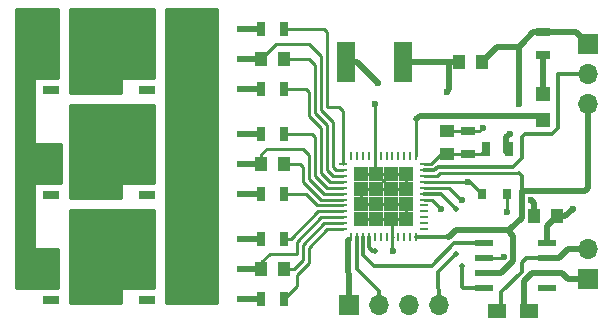
<source format=gtl>
G04 #@! TF.FileFunction,Copper,L1,Top,Signal*
%FSLAX46Y46*%
G04 Gerber Fmt 4.6, Leading zero omitted, Abs format (unit mm)*
G04 Created by KiCad (PCBNEW 4.0.6) date 07/31/17 21:00:10*
%MOMM*%
%LPD*%
G01*
G04 APERTURE LIST*
%ADD10C,0.100000*%
%ADD11R,1.000000X1.250000*%
%ADD12R,1.250000X1.000000*%
%ADD13R,0.800000X0.900000*%
%ADD14R,1.200000X1.200000*%
%ADD15R,1.700000X1.700000*%
%ADD16O,1.700000X1.700000*%
%ADD17R,1.400000X0.700000*%
%ADD18R,4.300000X4.410000*%
%ADD19R,0.700000X1.300000*%
%ADD20R,1.300000X0.700000*%
%ADD21R,0.700000X0.250000*%
%ADD22R,0.250000X0.700000*%
%ADD23R,1.287500X1.287500*%
%ADD24R,1.550000X0.600000*%
%ADD25R,1.600000X3.500000*%
%ADD26R,1.500000X1.300000*%
%ADD27C,0.600000*%
%ADD28C,0.500000*%
%ADD29C,0.500000*%
%ADD30C,0.250000*%
%ADD31C,0.300000*%
%ADD32C,0.160000*%
%ADD33C,0.254000*%
G04 APERTURE END LIST*
D10*
D11*
X164354000Y-106045000D03*
X166354000Y-106045000D03*
D12*
X156972000Y-100822000D03*
X156972000Y-98822000D03*
D11*
X143240000Y-110490000D03*
X141240000Y-110490000D03*
X143240000Y-101600000D03*
X141240000Y-101600000D03*
X143240000Y-92710000D03*
X141240000Y-92710000D03*
D13*
X159986000Y-104140000D03*
X162086000Y-104140000D03*
D14*
X165100000Y-97874000D03*
X165100000Y-95674000D03*
D15*
X148717000Y-113538000D03*
D16*
X151257000Y-113538000D03*
X153797000Y-113538000D03*
X156337000Y-113538000D03*
D15*
X168910000Y-91440000D03*
D16*
X168910000Y-93980000D03*
X168910000Y-96520000D03*
D15*
X168910000Y-111379000D03*
D16*
X168910000Y-108839000D03*
D17*
X131572000Y-109347000D03*
X131572000Y-110617000D03*
X131572000Y-111887000D03*
X131572000Y-113157000D03*
D18*
X135382000Y-111252000D03*
D17*
X123444000Y-109347000D03*
X123444000Y-110617000D03*
X123444000Y-111887000D03*
X123444000Y-113157000D03*
D18*
X127254000Y-111252000D03*
D17*
X131572000Y-100457000D03*
X131572000Y-101727000D03*
X131572000Y-102997000D03*
X131572000Y-104267000D03*
D18*
X135382000Y-102362000D03*
D17*
X123444000Y-100457000D03*
X123444000Y-101727000D03*
X123444000Y-102997000D03*
X123444000Y-104267000D03*
D18*
X127254000Y-102362000D03*
D17*
X131572000Y-91567000D03*
X131572000Y-92837000D03*
X131572000Y-94107000D03*
X131572000Y-95377000D03*
D18*
X135382000Y-93472000D03*
D17*
X123444000Y-91567000D03*
X123444000Y-92837000D03*
X123444000Y-94107000D03*
X123444000Y-95377000D03*
D18*
X127254000Y-93472000D03*
D19*
X162240000Y-100330000D03*
X160340000Y-100330000D03*
D20*
X158750000Y-100772000D03*
X158750000Y-98872000D03*
D19*
X141290000Y-107950000D03*
X143190000Y-107950000D03*
X141290000Y-113030000D03*
X143190000Y-113030000D03*
X141290000Y-99060000D03*
X143190000Y-99060000D03*
X141290000Y-104140000D03*
X143190000Y-104140000D03*
X141290000Y-90170000D03*
X143190000Y-90170000D03*
X141290000Y-95250000D03*
X143190000Y-95250000D03*
D20*
X165100000Y-92390000D03*
X165100000Y-90490000D03*
D21*
X155038000Y-107144000D03*
X155038000Y-106644000D03*
X155038000Y-106144000D03*
X155038000Y-105644000D03*
X155038000Y-105144000D03*
X155038000Y-104644000D03*
X155038000Y-104144000D03*
X155038000Y-103644000D03*
X155038000Y-103144000D03*
X155038000Y-102644000D03*
X155038000Y-102144000D03*
X155038000Y-101644000D03*
D22*
X154388000Y-100994000D03*
X153888000Y-100994000D03*
X153388000Y-100994000D03*
X152888000Y-100994000D03*
X152388000Y-100994000D03*
X151888000Y-100994000D03*
X151388000Y-100994000D03*
X150888000Y-100994000D03*
X150388000Y-100994000D03*
X149888000Y-100994000D03*
X149388000Y-100994000D03*
X148888000Y-100994000D03*
D21*
X148238000Y-101644000D03*
X148238000Y-102144000D03*
X148238000Y-102644000D03*
X148238000Y-103144000D03*
X148238000Y-103644000D03*
X148238000Y-104144000D03*
X148238000Y-104644000D03*
X148238000Y-105144000D03*
X148238000Y-105644000D03*
X148238000Y-106144000D03*
X148238000Y-106644000D03*
X148238000Y-107144000D03*
D22*
X148888000Y-107794000D03*
X149388000Y-107794000D03*
X149888000Y-107794000D03*
X150388000Y-107794000D03*
X150888000Y-107794000D03*
X151388000Y-107794000D03*
X151888000Y-107794000D03*
X152388000Y-107794000D03*
X152888000Y-107794000D03*
X153388000Y-107794000D03*
X153888000Y-107794000D03*
X154388000Y-107794000D03*
D23*
X149706750Y-102462750D03*
X149706750Y-103750250D03*
X149706750Y-105037750D03*
X149706750Y-106325250D03*
X150994250Y-102462750D03*
X150994250Y-103750250D03*
X150994250Y-105037750D03*
X150994250Y-106325250D03*
X152281750Y-102462750D03*
X152281750Y-103750250D03*
X152281750Y-105037750D03*
X152281750Y-106325250D03*
X153569250Y-102462750D03*
X153569250Y-103750250D03*
X153569250Y-105037750D03*
X153569250Y-106325250D03*
D24*
X160114000Y-108331000D03*
X160114000Y-109601000D03*
X160114000Y-110871000D03*
X160114000Y-112141000D03*
X165514000Y-112141000D03*
X165514000Y-110871000D03*
X165514000Y-109601000D03*
X165514000Y-108331000D03*
D11*
X158004000Y-92964000D03*
X160004000Y-92964000D03*
D25*
X148436000Y-92964000D03*
X153316000Y-92964000D03*
D26*
X161210000Y-114046000D03*
X163910000Y-114046000D03*
D27*
X156972000Y-95504000D03*
X153569250Y-106325250D03*
X152281750Y-106325250D03*
X150994250Y-106325250D03*
X149706750Y-106325250D03*
X153569250Y-105037750D03*
X152281750Y-105037750D03*
X150994250Y-105037750D03*
X149706750Y-105037750D03*
X153569250Y-103750250D03*
X152281750Y-103750250D03*
X150994250Y-103750250D03*
X149706750Y-103750250D03*
X153569250Y-102462750D03*
X152281750Y-102462750D03*
X150994250Y-102462750D03*
X149706750Y-102462750D03*
X121666000Y-88900000D03*
X122682000Y-88900000D03*
X122682000Y-89916000D03*
X123698000Y-89916000D03*
X123698000Y-88900000D03*
X152400000Y-108966000D03*
X161798000Y-109474000D03*
X163068000Y-91694000D03*
X150876000Y-96520000D03*
X162052000Y-105664000D03*
X167640000Y-105410000D03*
X163068000Y-96520000D03*
X160020000Y-98552000D03*
X136906000Y-98044000D03*
X135636000Y-98044000D03*
X134366000Y-98044000D03*
X164084000Y-104648000D03*
X162306000Y-99060000D03*
X158242000Y-104648000D03*
X156464000Y-105410000D03*
X139446000Y-110490000D03*
X129032000Y-113284000D03*
X139446000Y-101600000D03*
X129032000Y-104394000D03*
X139446000Y-92710000D03*
X129032000Y-95250000D03*
X158750000Y-103144000D03*
X151130000Y-94742000D03*
D28*
X157734000Y-109220000D03*
X157734000Y-105410000D03*
D27*
X131572000Y-113157000D03*
X139446000Y-107950000D03*
X123444000Y-113157000D03*
X139446000Y-113030000D03*
X131572000Y-104267000D03*
X139446000Y-99060000D03*
X123444000Y-104267000D03*
X139446000Y-104140000D03*
X131572000Y-95377000D03*
X139446000Y-90170000D03*
X123444000Y-95377000D03*
X139446000Y-95250000D03*
D28*
X150876000Y-108966000D03*
X158242000Y-110236000D03*
D29*
X162369500Y-107124500D02*
X162369500Y-107505500D01*
X161544000Y-110871000D02*
X160114000Y-110871000D01*
X162560000Y-109855000D02*
X161544000Y-110871000D01*
X162560000Y-107696000D02*
X162560000Y-109855000D01*
X162369500Y-107505500D02*
X162560000Y-107696000D01*
X156972000Y-92964000D02*
X158004000Y-92964000D01*
X157204000Y-95272000D02*
X157204000Y-92964000D01*
X156972000Y-95504000D02*
X157204000Y-95272000D01*
X157204000Y-92964000D02*
X156972000Y-92964000D01*
X156972000Y-92964000D02*
X153626000Y-92964000D01*
X163322000Y-103886000D02*
X168656000Y-103886000D01*
X168656000Y-103886000D02*
X168910000Y-103632000D01*
X168910000Y-103632000D02*
X168910000Y-96520000D01*
D30*
X155038000Y-102644000D02*
X156124002Y-102644000D01*
D31*
X163322000Y-102616000D02*
X163322000Y-103886000D01*
X163068000Y-102362000D02*
X163322000Y-102616000D01*
D30*
X156406002Y-102362000D02*
X163068000Y-102362000D01*
X156124002Y-102644000D02*
X156406002Y-102362000D01*
D29*
X163322000Y-106172000D02*
X162369500Y-107124500D01*
X162369500Y-107124500D02*
X162306000Y-107188000D01*
X162306000Y-107188000D02*
X157734000Y-107188000D01*
D31*
X157128000Y-107794000D02*
X154388000Y-107794000D01*
D29*
X157226000Y-107696000D02*
X157128000Y-107794000D01*
X157734000Y-107188000D02*
X157226000Y-107696000D01*
X163322000Y-103886000D02*
X163322000Y-106172000D01*
D30*
X153626000Y-92964000D02*
X153626000Y-93174000D01*
X150994250Y-106325250D02*
X149706750Y-106325250D01*
X150994250Y-102462750D02*
X149706750Y-102462750D01*
X152388000Y-107794000D02*
X152388000Y-106431500D01*
X152388000Y-106431500D02*
X152281750Y-106325250D01*
X150994250Y-102462750D02*
X152281750Y-102462750D01*
X152281750Y-102462750D02*
X153569250Y-102462750D01*
X153569250Y-102462750D02*
X153569250Y-103750250D01*
X153569250Y-103750250D02*
X152281750Y-103750250D01*
X152281750Y-103750250D02*
X150994250Y-103750250D01*
X150994250Y-103750250D02*
X149706750Y-103750250D01*
X149706750Y-103750250D02*
X149706750Y-105037750D01*
X149706750Y-105037750D02*
X150994250Y-105037750D01*
X150994250Y-105037750D02*
X152281750Y-105037750D01*
X152281750Y-105037750D02*
X153569250Y-105037750D01*
X153569250Y-105037750D02*
X153569250Y-106325250D01*
X153569250Y-106325250D02*
X152281750Y-106325250D01*
X152281750Y-106325250D02*
X150994250Y-106325250D01*
X150888000Y-100994000D02*
X150888000Y-102356500D01*
X150888000Y-102356500D02*
X152281750Y-103750250D01*
D29*
X121793000Y-91567000D02*
X123444000Y-91567000D01*
X121666000Y-91440000D02*
X121793000Y-91567000D01*
X121666000Y-88900000D02*
X121666000Y-91440000D01*
X122682000Y-89916000D02*
X122682000Y-88900000D01*
X123698000Y-88900000D02*
X123698000Y-89916000D01*
D30*
X156972000Y-98822000D02*
X158700000Y-98822000D01*
X158700000Y-98822000D02*
X158750000Y-98872000D01*
D29*
X163068000Y-91694000D02*
X161274000Y-91694000D01*
X161274000Y-91694000D02*
X160004000Y-92964000D01*
D30*
X152388000Y-107794000D02*
X152388000Y-108954000D01*
X152388000Y-108954000D02*
X152400000Y-108966000D01*
X160114000Y-109601000D02*
X161671000Y-109601000D01*
X161671000Y-109601000D02*
X161798000Y-109474000D01*
X150888000Y-100994000D02*
X150888000Y-96532000D01*
D29*
X150888000Y-96532000D02*
X150876000Y-96520000D01*
X165514000Y-108331000D02*
X165514000Y-106885000D01*
X165514000Y-106885000D02*
X166354000Y-106045000D01*
D30*
X162086000Y-104140000D02*
X162086000Y-105630000D01*
X162086000Y-105630000D02*
X162052000Y-105664000D01*
D29*
X167005000Y-106045000D02*
X167640000Y-105410000D01*
X166354000Y-106045000D02*
X167005000Y-106045000D01*
X163068000Y-96520000D02*
X163068000Y-91694000D01*
X165100000Y-90490000D02*
X167960000Y-90490000D01*
X167960000Y-90490000D02*
X168910000Y-91440000D01*
X165100000Y-90490000D02*
X164272000Y-90490000D01*
X164272000Y-90490000D02*
X163322000Y-91440000D01*
X163322000Y-91440000D02*
X163068000Y-91694000D01*
D30*
X152400000Y-107806000D02*
X152388000Y-107794000D01*
X158242000Y-98822000D02*
X159750000Y-98822000D01*
X159750000Y-98822000D02*
X160020000Y-98552000D01*
D29*
X135890000Y-98044000D02*
X136906000Y-98044000D01*
X135890000Y-98044000D02*
X135636000Y-98044000D01*
X164354000Y-106045000D02*
X164354000Y-104918000D01*
X164354000Y-104918000D02*
X164084000Y-104648000D01*
X161986000Y-100584000D02*
X161986000Y-99380000D01*
X161986000Y-99380000D02*
X162306000Y-99060000D01*
D30*
X157214000Y-103644000D02*
X158218000Y-104648000D01*
X158218000Y-104648000D02*
X158242000Y-104648000D01*
X157214000Y-103644000D02*
X155038000Y-103644000D01*
X155038000Y-104644000D02*
X155698000Y-104644000D01*
X155698000Y-104644000D02*
X156464000Y-105410000D01*
X158242000Y-100822000D02*
X159848000Y-100822000D01*
X155038000Y-101644000D02*
X155658000Y-101644000D01*
X156480000Y-100822000D02*
X158242000Y-100822000D01*
X155658000Y-101644000D02*
X156480000Y-100822000D01*
X159848000Y-100822000D02*
X160086000Y-100584000D01*
X148238000Y-106644000D02*
X146594000Y-106644000D01*
X144018000Y-110490000D02*
X143240000Y-110490000D01*
X144780000Y-109728000D02*
X144018000Y-110490000D01*
X144780000Y-108458000D02*
X144780000Y-109728000D01*
X146594000Y-106644000D02*
X144780000Y-108458000D01*
D29*
X141240000Y-110490000D02*
X139446000Y-110490000D01*
X129032000Y-113284000D02*
X127254000Y-111506000D01*
D30*
X127254000Y-111506000D02*
X127254000Y-111252000D01*
X127254000Y-111506000D02*
X127254000Y-111252000D01*
X148238000Y-106144000D02*
X146332000Y-106144000D01*
X141986000Y-109220000D02*
X141240000Y-109966000D01*
X144272000Y-109220000D02*
X141986000Y-109220000D01*
X144272000Y-108204000D02*
X144272000Y-109220000D01*
X146332000Y-106144000D02*
X144272000Y-108204000D01*
X148238000Y-104644000D02*
X146300000Y-104644000D01*
X144526000Y-101600000D02*
X143240000Y-101600000D01*
X144780000Y-101854000D02*
X144526000Y-101600000D01*
X144780000Y-103124000D02*
X144780000Y-101854000D01*
X146300000Y-104644000D02*
X144780000Y-103124000D01*
X148234000Y-104648000D02*
X148238000Y-104644000D01*
X148238000Y-104144000D02*
X146562000Y-104144000D01*
X141240000Y-100822000D02*
X141240000Y-101600000D01*
X141732000Y-100330000D02*
X141240000Y-100822000D01*
X144780000Y-100330000D02*
X141732000Y-100330000D01*
X145288000Y-100838000D02*
X144780000Y-100330000D01*
X145288000Y-102870000D02*
X145288000Y-100838000D01*
X146562000Y-104144000D02*
X145288000Y-102870000D01*
D29*
X129032000Y-104394000D02*
X127254000Y-102362000D01*
X141240000Y-101600000D02*
X139446000Y-101600000D01*
D30*
X127254000Y-102616000D02*
X127254000Y-102362000D01*
X148238000Y-102644000D02*
X147348000Y-102644000D01*
X145288000Y-92710000D02*
X143240000Y-92710000D01*
X145796000Y-93218000D02*
X145288000Y-92710000D01*
X145796000Y-97282000D02*
X145796000Y-93218000D01*
X146812000Y-98298000D02*
X145796000Y-97282000D01*
X146812000Y-102108000D02*
X146812000Y-98298000D01*
X147348000Y-102644000D02*
X146812000Y-102108000D01*
X148238000Y-102144000D02*
X147610000Y-102144000D01*
X142510000Y-91440000D02*
X141240000Y-92710000D01*
X145288000Y-91440000D02*
X142510000Y-91440000D01*
X146304000Y-92456000D02*
X145288000Y-91440000D01*
X146304000Y-97028000D02*
X146304000Y-92456000D01*
X147320000Y-98044000D02*
X146304000Y-97028000D01*
X147320000Y-101854000D02*
X147320000Y-98044000D01*
X147610000Y-102144000D02*
X147320000Y-101854000D01*
D29*
X141240000Y-92710000D02*
X139446000Y-92710000D01*
X129032000Y-95250000D02*
X127254000Y-93472000D01*
X151130000Y-94742000D02*
X149352000Y-92964000D01*
X148126000Y-92964000D02*
X149352000Y-92964000D01*
D30*
X155038000Y-103144000D02*
X158496000Y-103144000D01*
X158496000Y-103144000D02*
X158750000Y-103144000D01*
X158750000Y-103144000D02*
X158984000Y-103144000D01*
X158984000Y-103144000D02*
X159980000Y-104140000D01*
X159980000Y-104140000D02*
X159986000Y-104140000D01*
X154388000Y-100994000D02*
X154388000Y-97834000D01*
D29*
X154388000Y-97834000D02*
X154686000Y-97536000D01*
X154686000Y-97536000D02*
X164762000Y-97536000D01*
D30*
X164762000Y-97536000D02*
X165100000Y-97874000D01*
D29*
X165100000Y-95674000D02*
X165100000Y-92390000D01*
D31*
X155038000Y-104144000D02*
X156468000Y-104144000D01*
X156210000Y-110744000D02*
X156337000Y-113538000D01*
X157734000Y-109220000D02*
X156210000Y-110744000D01*
X156468000Y-104144000D02*
X157734000Y-105410000D01*
D29*
X148717000Y-113538000D02*
X148590000Y-108092000D01*
D32*
X148590000Y-108092000D02*
X148888000Y-107794000D01*
D31*
X151257000Y-112395000D02*
X151257000Y-113538000D01*
X149388000Y-110526000D02*
X151257000Y-112395000D01*
X149388000Y-107794000D02*
X149388000Y-110526000D01*
D32*
X151257000Y-113538000D02*
X151257000Y-112776000D01*
D31*
X155038000Y-102144000D02*
X155920000Y-102144000D01*
X155920000Y-102144000D02*
X156210000Y-101854000D01*
X156210000Y-101854000D02*
X162560000Y-101854000D01*
X162560000Y-101854000D02*
X163322000Y-101092000D01*
X163322000Y-101092000D02*
X163322000Y-99314000D01*
X163322000Y-99314000D02*
X163576000Y-99060000D01*
X163576000Y-99060000D02*
X165862000Y-99060000D01*
X165862000Y-99060000D02*
X166370000Y-98552000D01*
X166370000Y-98552000D02*
X166370000Y-93980000D01*
X166370000Y-93980000D02*
X168910000Y-93980000D01*
D30*
X168910000Y-93980000D02*
X168148000Y-93980000D01*
D29*
X165514000Y-110871000D02*
X164211000Y-110871000D01*
X164211000Y-110871000D02*
X163510000Y-111572000D01*
X163510000Y-111572000D02*
X163510000Y-114046000D01*
X165514000Y-110871000D02*
X166751000Y-110871000D01*
X166751000Y-110871000D02*
X167259000Y-111379000D01*
X167259000Y-111379000D02*
X168910000Y-111379000D01*
D31*
X165514000Y-109601000D02*
X163703000Y-109601000D01*
X161610000Y-112456000D02*
X161610000Y-114046000D01*
X163322000Y-110744000D02*
X161610000Y-112456000D01*
X163322000Y-109982000D02*
X163322000Y-110744000D01*
X163703000Y-109601000D02*
X163322000Y-109982000D01*
D29*
X165514000Y-109601000D02*
X166497000Y-109601000D01*
X166497000Y-109601000D02*
X167259000Y-108839000D01*
X167259000Y-108839000D02*
X168910000Y-108839000D01*
X141290000Y-107950000D02*
X139446000Y-107950000D01*
X141290000Y-113030000D02*
X139446000Y-113030000D01*
X141290000Y-99060000D02*
X139446000Y-99060000D01*
X141290000Y-104140000D02*
X139446000Y-104140000D01*
X141290000Y-90170000D02*
X139446000Y-90170000D01*
X141290000Y-95250000D02*
X139446000Y-95250000D01*
D30*
X148238000Y-105644000D02*
X146070000Y-105644000D01*
X143764000Y-107950000D02*
X143190000Y-107950000D01*
X146070000Y-105644000D02*
X143764000Y-107950000D01*
X148238000Y-107144000D02*
X146856000Y-107144000D01*
X144272000Y-111948000D02*
X143190000Y-113030000D01*
X144272000Y-110998000D02*
X144272000Y-111948000D01*
X145288000Y-109982000D02*
X144272000Y-110998000D01*
X145288000Y-108712000D02*
X145288000Y-109982000D01*
X146856000Y-107144000D02*
X145288000Y-108712000D01*
X148238000Y-103644000D02*
X146824000Y-103644000D01*
X145542000Y-99060000D02*
X143190000Y-99060000D01*
X145796000Y-99314000D02*
X145542000Y-99060000D01*
X145796000Y-102616000D02*
X145796000Y-99314000D01*
X146824000Y-103644000D02*
X145796000Y-102616000D01*
X148238000Y-105144000D02*
X146038000Y-105144000D01*
X145034000Y-104140000D02*
X143190000Y-104140000D01*
X146038000Y-105144000D02*
X145034000Y-104140000D01*
X148238000Y-101644000D02*
X148238000Y-97184000D01*
X146558000Y-90170000D02*
X143190000Y-90170000D01*
X146812000Y-90424000D02*
X146558000Y-90170000D01*
X146812000Y-96774000D02*
X146812000Y-90424000D01*
X147828000Y-96774000D02*
X146812000Y-96774000D01*
X148238000Y-97184000D02*
X147828000Y-96774000D01*
X148238000Y-103144000D02*
X147086000Y-103144000D01*
X145034000Y-95250000D02*
X143190000Y-95250000D01*
X145288000Y-95504000D02*
X145034000Y-95250000D01*
X145288000Y-97536000D02*
X145288000Y-95504000D01*
X146304000Y-98552000D02*
X145288000Y-97536000D01*
X146304000Y-102362000D02*
X146304000Y-98552000D01*
X147086000Y-103144000D02*
X146304000Y-102362000D01*
X148218000Y-103124000D02*
X148238000Y-103144000D01*
D31*
X149888000Y-107794000D02*
X149888000Y-109303448D01*
X149888000Y-109303448D02*
X150820552Y-110236000D01*
X150820552Y-110236000D02*
X155702000Y-110236000D01*
X155702000Y-110236000D02*
X157607000Y-108331000D01*
X157607000Y-108331000D02*
X160114000Y-108331000D01*
D32*
X149860000Y-107822000D02*
X149888000Y-107794000D01*
D31*
X150388000Y-107794000D02*
X150388000Y-108692000D01*
X150388000Y-108692000D02*
X150662000Y-108966000D01*
X150662000Y-108966000D02*
X150876000Y-108966000D01*
X158242000Y-110236000D02*
X158242000Y-112014000D01*
X158242000Y-112014000D02*
X158369000Y-112141000D01*
X158369000Y-112141000D02*
X160114000Y-112141000D01*
D33*
G36*
X132207000Y-94361000D02*
X129540000Y-94361000D01*
X129490590Y-94371006D01*
X129448965Y-94399447D01*
X129421685Y-94441841D01*
X129413000Y-94488000D01*
X129413000Y-95631000D01*
X125095000Y-95631000D01*
X125095000Y-88519000D01*
X132207000Y-88519000D01*
X132207000Y-94361000D01*
X132207000Y-94361000D01*
G37*
X132207000Y-94361000D02*
X129540000Y-94361000D01*
X129490590Y-94371006D01*
X129448965Y-94399447D01*
X129421685Y-94441841D01*
X129413000Y-94488000D01*
X129413000Y-95631000D01*
X125095000Y-95631000D01*
X125095000Y-88519000D01*
X132207000Y-88519000D01*
X132207000Y-94361000D01*
G36*
X137541000Y-113411000D02*
X133223000Y-113411000D01*
X133223000Y-88519000D01*
X137541000Y-88519000D01*
X137541000Y-113411000D01*
X137541000Y-113411000D01*
G37*
X137541000Y-113411000D02*
X133223000Y-113411000D01*
X133223000Y-88519000D01*
X137541000Y-88519000D01*
X137541000Y-113411000D01*
G36*
X132207000Y-103251000D02*
X129540000Y-103251000D01*
X129490590Y-103261006D01*
X129448965Y-103289447D01*
X129421685Y-103331841D01*
X129413000Y-103378000D01*
X129413000Y-104521000D01*
X125095000Y-104521000D01*
X125095000Y-96647000D01*
X132207000Y-96647000D01*
X132207000Y-103251000D01*
X132207000Y-103251000D01*
G37*
X132207000Y-103251000D02*
X129540000Y-103251000D01*
X129490590Y-103261006D01*
X129448965Y-103289447D01*
X129421685Y-103331841D01*
X129413000Y-103378000D01*
X129413000Y-104521000D01*
X125095000Y-104521000D01*
X125095000Y-96647000D01*
X132207000Y-96647000D01*
X132207000Y-103251000D01*
G36*
X132207000Y-112141000D02*
X129540000Y-112141000D01*
X129490590Y-112151006D01*
X129448965Y-112179447D01*
X129421685Y-112221841D01*
X129413000Y-112268000D01*
X129413000Y-113411000D01*
X125095000Y-113411000D01*
X125095000Y-105537000D01*
X132207000Y-105537000D01*
X132207000Y-112141000D01*
X132207000Y-112141000D01*
G37*
X132207000Y-112141000D02*
X129540000Y-112141000D01*
X129490590Y-112151006D01*
X129448965Y-112179447D01*
X129421685Y-112221841D01*
X129413000Y-112268000D01*
X129413000Y-113411000D01*
X125095000Y-113411000D01*
X125095000Y-105537000D01*
X132207000Y-105537000D01*
X132207000Y-112141000D01*
G36*
X124079000Y-94361000D02*
X122174000Y-94361000D01*
X122124590Y-94371006D01*
X122082965Y-94399447D01*
X122055685Y-94441841D01*
X122047000Y-94488000D01*
X122047000Y-99822000D01*
X122057006Y-99871410D01*
X122085447Y-99913035D01*
X122127841Y-99940315D01*
X122174000Y-99949000D01*
X124333000Y-99949000D01*
X124333000Y-103251000D01*
X122174000Y-103251000D01*
X122124590Y-103261006D01*
X122082965Y-103289447D01*
X122055685Y-103331841D01*
X122047000Y-103378000D01*
X122047000Y-108712000D01*
X122057006Y-108761410D01*
X122085447Y-108803035D01*
X122127841Y-108830315D01*
X122174000Y-108839000D01*
X124079000Y-108839000D01*
X124079000Y-112141000D01*
X120523000Y-112141000D01*
X120523000Y-88519000D01*
X124079000Y-88519000D01*
X124079000Y-94361000D01*
X124079000Y-94361000D01*
G37*
X124079000Y-94361000D02*
X122174000Y-94361000D01*
X122124590Y-94371006D01*
X122082965Y-94399447D01*
X122055685Y-94441841D01*
X122047000Y-94488000D01*
X122047000Y-99822000D01*
X122057006Y-99871410D01*
X122085447Y-99913035D01*
X122127841Y-99940315D01*
X122174000Y-99949000D01*
X124333000Y-99949000D01*
X124333000Y-103251000D01*
X122174000Y-103251000D01*
X122124590Y-103261006D01*
X122082965Y-103289447D01*
X122055685Y-103331841D01*
X122047000Y-103378000D01*
X122047000Y-108712000D01*
X122057006Y-108761410D01*
X122085447Y-108803035D01*
X122127841Y-108830315D01*
X122174000Y-108839000D01*
X124079000Y-108839000D01*
X124079000Y-112141000D01*
X120523000Y-112141000D01*
X120523000Y-88519000D01*
X124079000Y-88519000D01*
X124079000Y-94361000D01*
M02*

</source>
